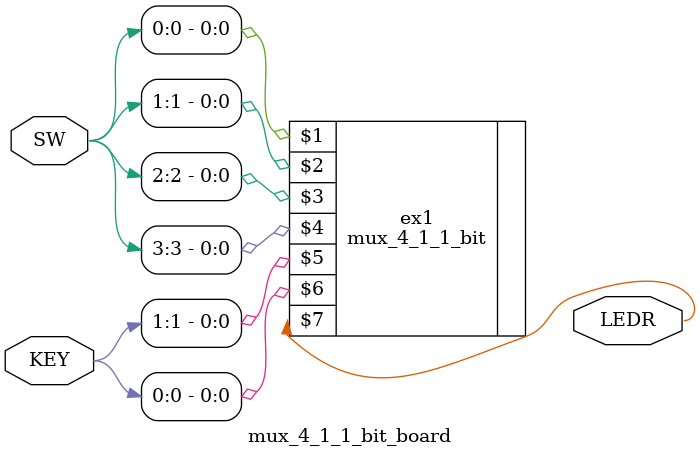
<source format=v>
module mux_4_1_1_bit_board(
	input [3:0] SW, input [1:0]KEY,
	output [0:0]LEDR);
	
	mux_4_1_1_bit ex1(SW[0], SW[1], SW[2], SW[3], KEY[1], KEY[0], LEDR[0]);
	
endmodule
</source>
